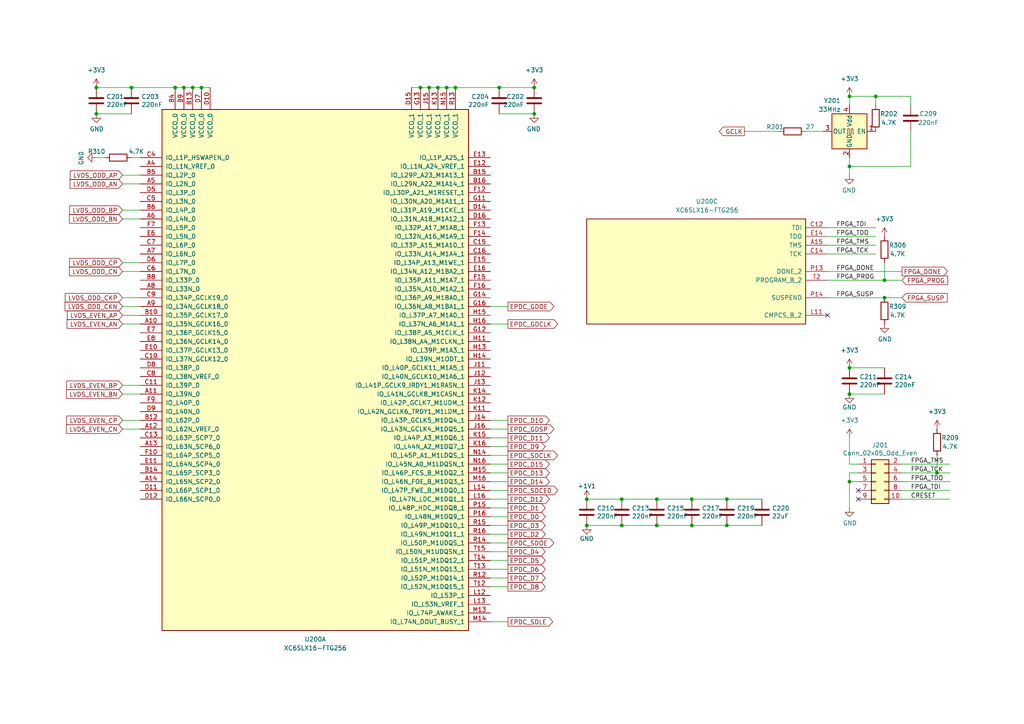
<source format=kicad_sch>
(kicad_sch (version 20211123) (generator eeschema)
  (paper "A4")
  (title_block (title "Caster EPDC") (date "2022-07-03") (rev "R0.4") (company "Copyright 2022 Modos / Engineer: Wenting Zhang"))
  (lib_symbols
    (symbol "Connector_Generic:Conn_02x05_Odd_Even" (pin_names (offset 1.016) hide)
      (property "Reference" "J" (at 1.27 7.62 0))
      (property "Value" "Conn_02x05_Odd_Even" (at 1.27 -7.62 0))
      (symbol "Conn_02x05_Odd_Even_1_1"
        (rectangle (start -1.27 -4.953) (end 0 -5.207) (stroke (width 0.1524)))
        (rectangle (start -1.27 -2.413) (end 0 -2.667) (stroke (width 0.1524)))
        (rectangle (start -1.27 0.127) (end 0 -0.127) (stroke (width 0.1524)))
        (rectangle (start -1.27 2.667) (end 0 2.413) (stroke (width 0.1524)))
        (rectangle (start -1.27 5.207) (end 0 4.953) (stroke (width 0.1524)))
        (rectangle (start -1.27 6.35) (end 3.81 -6.35) (stroke (width 0.254)) (fill (type background)))
        (rectangle (start 3.81 -4.953) (end 2.54 -5.207) (stroke (width 0.1524)))
        (rectangle (start 3.81 -2.413) (end 2.54 -2.667) (stroke (width 0.1524)))
        (rectangle (start 3.81 0.127) (end 2.54 -0.127) (stroke (width 0.1524)))
        (rectangle (start 3.81 2.667) (end 2.54 2.413) (stroke (width 0.1524)))
        (rectangle (start 3.81 5.207) (end 2.54 4.953) (stroke (width 0.1524)))
        (pin passive line (at -5.08 5.08 0) (length 3.81) (name "Pin_1") (number "1"))
        (pin passive line (at 7.62 -5.08 180) (length 3.81) (name "Pin_10") (number "10"))
        (pin passive line (at 7.62 5.08 180) (length 3.81) (name "Pin_2") (number "2"))
        (pin passive line (at -5.08 2.54 0) (length 3.81) (name "Pin_3") (number "3"))
        (pin passive line (at 7.62 2.54 180) (length 3.81) (name "Pin_4") (number "4"))
        (pin passive line (at -5.08 0 0) (length 3.81) (name "Pin_5") (number "5"))
        (pin passive line (at 7.62 0 180) (length 3.81) (name "Pin_6") (number "6"))
        (pin passive line (at -5.08 -2.54 0) (length 3.81) (name "Pin_7") (number "7"))
        (pin passive line (at 7.62 -2.54 180) (length 3.81) (name "Pin_8") (number "8"))
        (pin passive line (at -5.08 -5.08 0) (length 3.81) (name "Pin_9") (number "9"))
      )
    )
    (symbol "Device:C" (pin_numbers hide) (pin_names (offset 0.254))
      (property "Reference" "C" (at 0.635 2.54 0))
      (property "Value" "C" (at 0.635 -2.54 0))
      (symbol "C_0_1"
        (polyline (pts (xy -2.032 -0.762) (xy 2.032 -0.762)) (stroke (width 0.508)))
        (polyline (pts (xy -2.032 0.762) (xy 2.032 0.762)) (stroke (width 0.508)))
      )
      (symbol "C_1_1"
        (pin passive line (at 0 3.81 270) (length 2.794) (name "~") (number "1"))
        (pin passive line (at 0 -3.81 90) (length 2.794) (name "~") (number "2"))
      )
    )
    (symbol "Device:R" (pin_numbers hide) (pin_names (offset 0))
      (property "Reference" "R" (at 2.032 0 90))
      (property "Value" "R" (at 0 0 90))
      (symbol "R_0_1"
        (rectangle (start -1.016 -2.54) (end 1.016 2.54) (stroke (width 0.254)))
      )
      (symbol "R_1_1"
        (pin passive line (at 0 3.81 270) (length 1.27) (name "~") (number "1"))
        (pin passive line (at 0 -3.81 90) (length 1.27) (name "~") (number "2"))
      )
    )
    (symbol "FPGA_Xilinx_Spartan6:XC6SLX16-FTG256" (pin_names (offset 1.016))
      (property "Reference" "U" (at 0 1.27 0))
      (property "Value" "XC6SLX16-FTG256" (at 0 -1.27 0))
      (symbol "XC6SLX16-FTG256_1_1"
        (rectangle (start -44.45 72.39) (end 44.45 -78.74) (stroke (width 0.254)) (fill (type background)))
        (pin bidirectional line (at -50.8 10.16 0) (length 6.35) (name "IO_L35N_GCLK16_0") (number "A10"))
        (pin bidirectional line (at -50.8 -10.16 0) (length 6.35) (name "IO_L39N_0") (number "A11"))
        (pin bidirectional line (at -50.8 -20.32 0) (length 6.35) (name "IO_L62N_VREF_0") (number "A12"))
        (pin bidirectional line (at -50.8 -25.4 0) (length 6.35) (name "IO_L63N_SCP6_0") (number "A13"))
        (pin bidirectional line (at -50.8 -35.56 0) (length 6.35) (name "IO_L65N_SCP2_0") (number "A14"))
        (pin bidirectional line (at -50.8 55.88 0) (length 6.35) (name "IO_L1N_VREF_0") (number "A4"))
        (pin bidirectional line (at -50.8 50.8 0) (length 6.35) (name "IO_L2N_0") (number "A5"))
        (pin bidirectional line (at -50.8 40.64 0) (length 6.35) (name "IO_L4N_0") (number "A6"))
        (pin bidirectional line (at -50.8 30.48 0) (length 6.35) (name "IO_L6N_0") (number "A7"))
        (pin bidirectional line (at -50.8 20.32 0) (length 6.35) (name "IO_L33N_0") (number "A8"))
        (pin bidirectional line (at -50.8 15.24 0) (length 6.35) (name "IO_L34N_GCLK18_0") (number "A9"))
        (pin bidirectional line (at -50.8 12.7 0) (length 6.35) (name "IO_L35P_GCLK17_0") (number "B10"))
        (pin bidirectional line (at -50.8 -17.78 0) (length 6.35) (name "IO_L62P_0") (number "B12"))
        (pin power_in line (at -35.56 78.74 270) (length 6.35) (name "VCCO_0") (number "B13"))
        (pin bidirectional line (at -50.8 -33.02 0) (length 6.35) (name "IO_L65P_SCP3_0") (number "B14"))
        (pin bidirectional line (at 50.8 53.34 180) (length 6.35) (name "IO_L29P_A23_M1A13_1") (number "B15"))
        (pin bidirectional line (at 50.8 50.8 180) (length 6.35) (name "IO_L29N_A22_M1A14_1") (number "B16"))
        (pin power_in line (at -40.64 78.74 270) (length 6.35) (name "VCCO_0") (number "B4"))
        (pin bidirectional line (at -50.8 53.34 0) (length 6.35) (name "IO_L2P_0") (number "B5"))
        (pin bidirectional line (at -50.8 43.18 0) (length 6.35) (name "IO_L4P_0") (number "B6"))
        (pin bidirectional line (at -50.8 22.86 0) (length 6.35) (name "IO_L33P_0") (number "B8"))
        (pin power_in line (at -38.1 78.74 270) (length 6.35) (name "VCCO_0") (number "B9"))
        (pin bidirectional line (at -50.8 0 0) (length 6.35) (name "IO_L37N_GCLK12_0") (number "C10"))
        (pin bidirectional line (at -50.8 -7.62 0) (length 6.35) (name "IO_L39P_0") (number "C11"))
        (pin bidirectional line (at -50.8 -22.86 0) (length 6.35) (name "IO_L63P_SCP7_0") (number "C13"))
        (pin bidirectional line (at 50.8 33.02 180) (length 6.35) (name "IO_L33P_A15_M1A10_1") (number "C15"))
        (pin bidirectional line (at 50.8 30.48 180) (length 6.35) (name "IO_L33N_A14_M1A4_1") (number "C16"))
        (pin bidirectional line (at -50.8 58.42 0) (length 6.35) (name "IO_L1P_HSWAPEN_0") (number "C4"))
        (pin bidirectional line (at -50.8 45.72 0) (length 6.35) (name "IO_L3N_0") (number "C5"))
        (pin bidirectional line (at -50.8 25.4 0) (length 6.35) (name "IO_L7N_0") (number "C6"))
        (pin bidirectional line (at -50.8 33.02 0) (length 6.35) (name "IO_L6P_0") (number "C7"))
        (pin bidirectional line (at -50.8 -5.08 0) (length 6.35) (name "IO_L38N_VREF_0") (number "C8"))
        (pin bidirectional line (at -50.8 17.78 0) (length 6.35) (name "IO_L34P_GCLK19_0") (number "C9"))
        (pin power_in line (at -30.48 78.74 270) (length 6.35) (name "VCCO_0") (number "D10"))
        (pin bidirectional line (at -50.8 -38.1 0) (length 6.35) (name "IO_L66P_SCP1_0") (number "D11"))
        (pin bidirectional line (at -50.8 -40.64 0) (length 6.35) (name "IO_L66N_SCP0_0") (number "D12"))
        (pin bidirectional line (at 50.8 43.18 180) (length 6.35) (name "IO_L31P_A19_M1CKE_1") (number "D14"))
        (pin power_in line (at 27.94 78.74 270) (length 6.35) (name "VCCO_1") (number "D15"))
        (pin bidirectional line (at 50.8 40.64 180) (length 6.35) (name "IO_L31N_A18_M1A12_1") (number "D16"))
        (pin bidirectional line (at -50.8 48.26 0) (length 6.35) (name "IO_L3P_0") (number "D5"))
        (pin bidirectional line (at -50.8 27.94 0) (length 6.35) (name "IO_L7P_0") (number "D6"))
        (pin power_in line (at -33.02 78.74 270) (length 6.35) (name "VCCO_0") (number "D7"))
        (pin bidirectional line (at -50.8 -2.54 0) (length 6.35) (name "IO_L38P_0") (number "D8"))
        (pin bidirectional line (at -50.8 -15.24 0) (length 6.35) (name "IO_L40N_0") (number "D9"))
        (pin bidirectional line (at -50.8 2.54 0) (length 6.35) (name "IO_L37P_GCLK13_0") (number "E10"))
        (pin bidirectional line (at -50.8 -30.48 0) (length 6.35) (name "IO_L64N_SCP4_0") (number "E11"))
        (pin bidirectional line (at 50.8 55.88 180) (length 6.35) (name "IO_L1N_A24_VREF_1") (number "E12"))
        (pin bidirectional line (at 50.8 58.42 180) (length 6.35) (name "IO_L1P_A25_1") (number "E13"))
        (pin bidirectional line (at 50.8 27.94 180) (length 6.35) (name "IO_L34P_A13_M1WE_1") (number "E15"))
        (pin bidirectional line (at 50.8 25.4 180) (length 6.35) (name "IO_L34N_A12_M1BA2_1") (number "E16"))
        (pin bidirectional line (at -50.8 35.56 0) (length 6.35) (name "IO_L5N_0") (number "E6"))
        (pin bidirectional line (at -50.8 7.62 0) (length 6.35) (name "IO_L36P_GCLK15_0") (number "E7"))
        (pin bidirectional line (at -50.8 5.08 0) (length 6.35) (name "IO_L36N_GCLK14_0") (number "E8"))
        (pin bidirectional line (at -50.8 -27.94 0) (length 6.35) (name "IO_L64P_SCP5_0") (number "F10"))
        (pin bidirectional line (at 50.8 48.26 180) (length 6.35) (name "IO_L30P_A21_M1RESET_1") (number "F12"))
        (pin bidirectional line (at 50.8 38.1 180) (length 6.35) (name "IO_L32P_A17_M1A8_1") (number "F13"))
        (pin bidirectional line (at 50.8 35.56 180) (length 6.35) (name "IO_L32N_A16_M1A9_1") (number "F14"))
        (pin bidirectional line (at 50.8 22.86 180) (length 6.35) (name "IO_L35P_A11_M1A7_1") (number "F15"))
        (pin bidirectional line (at 50.8 20.32 180) (length 6.35) (name "IO_L35N_A10_M1A2_1") (number "F16"))
        (pin bidirectional line (at -50.8 38.1 0) (length 6.35) (name "IO_L5P_0") (number "F7"))
        (pin bidirectional line (at -50.8 -12.7 0) (length 6.35) (name "IO_L40P_0") (number "F9"))
        (pin bidirectional line (at 50.8 45.72 180) (length 6.35) (name "IO_L30N_A20_M1A11_1") (number "G11"))
        (pin bidirectional line (at 50.8 7.62 180) (length 6.35) (name "IO_L38P_A5_M1CLK_1") (number "G12"))
        (pin power_in line (at 30.48 78.74 270) (length 6.35) (name "VCCO_1") (number "G13"))
        (pin bidirectional line (at 50.8 17.78 180) (length 6.35) (name "IO_L36P_A9_M1BA0_1") (number "G14"))
        (pin bidirectional line (at 50.8 15.24 180) (length 6.35) (name "IO_L36N_A8_M1BA1_1") (number "G16"))
        (pin bidirectional line (at 50.8 5.08 180) (length 6.35) (name "IO_L38N_A4_M1CLKN_1") (number "H11"))
        (pin bidirectional line (at 50.8 2.54 180) (length 6.35) (name "IO_L39P_M1A3_1") (number "H13"))
        (pin bidirectional line (at 50.8 0 180) (length 6.35) (name "IO_L39N_M1ODT_1") (number "H14"))
        (pin bidirectional line (at 50.8 12.7 180) (length 6.35) (name "IO_L37P_A7_M1A0_1") (number "H15"))
        (pin bidirectional line (at 50.8 10.16 180) (length 6.35) (name "IO_L37N_A6_M1A1_1") (number "H16"))
        (pin bidirectional line (at 50.8 -2.54 180) (length 6.35) (name "IO_L40P_GCLK11_M1A5_1") (number "J11"))
        (pin bidirectional line (at 50.8 -5.08 180) (length 6.35) (name "IO_L40N_GCLK10_M1A6_1") (number "J12"))
        (pin bidirectional line (at 50.8 -7.62 180) (length 6.35) (name "IO_L41P_GCLK9_IRDY1_M1RASN_1") (number "J13"))
        (pin bidirectional line (at 50.8 -17.78 180) (length 6.35) (name "IO_L43P_GCLK5_M1DQ4_1") (number "J14"))
        (pin power_in line (at 33.02 78.74 270) (length 6.35) (name "VCCO_1") (number "J15"))
        (pin bidirectional line (at 50.8 -20.32 180) (length 6.35) (name "IO_L43N_GCLK4_M1DQ5_1") (number "J16"))
        (pin bidirectional line (at 50.8 -15.24 180) (length 6.35) (name "IO_L42N_GCLK6_TRDY1_M1LDM_1") (number "K11"))
        (pin bidirectional line (at 50.8 -12.7 180) (length 6.35) (name "IO_L42P_GCLK7_M1UDM_1") (number "K12"))
        (pin power_in line (at 35.56 78.74 270) (length 6.35) (name "VCCO_1") (number "K13"))
        (pin bidirectional line (at 50.8 -10.16 180) (length 6.35) (name "IO_L41N_GCLK8_M1CASN_1") (number "K14"))
        (pin bidirectional line (at 50.8 -22.86 180) (length 6.35) (name "IO_L44P_A3_M1DQ6_1") (number "K15"))
        (pin bidirectional line (at 50.8 -25.4 180) (length 6.35) (name "IO_L44N_A2_M1DQ7_1") (number "K16"))
        (pin bidirectional line (at 50.8 -68.58 180) (length 6.35) (name "IO_L53P_1") (number "L12"))
        (pin bidirectional line (at 50.8 -71.12 180) (length 6.35) (name "IO_L53N_VREF_1") (number "L13"))
        (pin bidirectional line (at 50.8 -38.1 180) (length 6.35) (name "IO_L47P_FWE_B_M1DQ0_1") (number "L14"))
        (pin bidirectional line (at 50.8 -40.64 180) (length 6.35) (name "IO_L47N_LDC_M1DQ1_1") (number "L16"))
        (pin bidirectional line (at 50.8 -73.66 180) (length 6.35) (name "IO_L74P_AWAKE_1") (number "M13"))
        (pin bidirectional line (at 50.8 -76.2 180) (length 6.35) (name "IO_L74N_DOUT_BUSY_1") (number "M14"))
        (pin bidirectional line (at 50.8 -33.02 180) (length 6.35) (name "IO_L46P_FCS_B_M1DQ2_1") (number "M15"))
        (pin bidirectional line (at 50.8 -35.56 180) (length 6.35) (name "IO_L46N_FOE_B_M1DQ3_1") (number "M16"))
        (pin bidirectional line (at 50.8 -27.94 180) (length 6.35) (name "IO_L45P_A1_M1LDQS_1") (number "N14"))
        (pin power_in line (at 38.1 78.74 270) (length 6.35) (name "VCCO_1") (number "N15"))
        (pin bidirectional line (at 50.8 -30.48 180) (length 6.35) (name "IO_L45N_A0_M1LDQSN_1") (number "N16"))
        (pin bidirectional line (at 50.8 -43.18 180) (length 6.35) (name "IO_L48P_HDC_M1DQ8_1") (number "P15"))
        (pin bidirectional line (at 50.8 -45.72 180) (length 6.35) (name "IO_L48N_M1DQ9_1") (number "P16"))
        (pin bidirectional line (at 50.8 -63.5 180) (length 6.35) (name "IO_L52P_M1DQ14_1") (number "R12"))
        (pin power_in line (at 40.64 78.74 270) (length 6.35) (name "VCCO_1") (number "R13"))
        (pin bidirectional line (at 50.8 -53.34 180) (length 6.35) (name "IO_L50P_M1UDQS_1") (number "R14"))
        (pin bidirectional line (at 50.8 -48.26 180) (length 6.35) (name "IO_L49P_M1DQ10_1") (number "R15"))
        (pin bidirectional line (at 50.8 -50.8 180) (length 6.35) (name "IO_L49N_M1DQ11_1") (number "R16"))
        (pin bidirectional line (at 50.8 -66.04 180) (length 6.35) (name "IO_L52N_M1DQ15_1") (number "T12"))
        (pin bidirectional line (at 50.8 -60.96 180) (length 6.35) (name "IO_L51N_M1DQ13_1") (number "T13"))
        (pin bidirectional line (at 50.8 -58.42 180) (length 6.35) (name "IO_L51P_M1DQ12_1") (number "T14"))
        (pin bidirectional line (at 50.8 -55.88 180) (length 6.35) (name "IO_L50N_M1UDQSN_1") (number "T15"))
      )
      (symbol "XC6SLX16-FTG256_2_1"
        (rectangle (start -44.45 72.39) (end 44.45 -78.74) (stroke (width 0.254)) (fill (type background)))
        (pin bidirectional line (at 50.8 -55.88 180) (length 6.35) (name "IO_L52N_M3A9_3") (number "A2"))
        (pin bidirectional line (at 50.8 -76.2 180) (length 6.35) (name "IO_L83N_VREF_3") (number "A3"))
        (pin bidirectional line (at 50.8 -45.72 180) (length 6.35) (name "IO_L50N_M3BA2_3") (number "B1"))
        (pin bidirectional line (at 50.8 -53.34 180) (length 6.35) (name "IO_L52P_M3A8_3") (number "B2"))
        (pin bidirectional line (at 50.8 -73.66 180) (length 6.35) (name "IO_L83P_3") (number "B3"))
        (pin bidirectional line (at 50.8 -43.18 180) (length 6.35) (name "IO_L50P_M3WE_3") (number "C1"))
        (pin bidirectional line (at 50.8 -35.56 180) (length 6.35) (name "IO_L48N_M3BA1_3") (number "C2"))
        (pin bidirectional line (at 50.8 -33.02 180) (length 6.35) (name "IO_L48P_M3BA0_3") (number "C3"))
        (pin bidirectional line (at 50.8 -40.64 180) (length 6.35) (name "IO_L49N_M3A2_3") (number "D1"))
        (pin power_in line (at 30.48 78.74 270) (length 6.35) (name "VCCO_3") (number "D2"))
        (pin bidirectional line (at 50.8 -38.1 180) (length 6.35) (name "IO_L49P_M3A7_3") (number "D3"))
        (pin bidirectional line (at 50.8 -25.4 180) (length 6.35) (name "IO_L46N_M3CLKN_3") (number "E1"))
        (pin bidirectional line (at 50.8 -22.86 180) (length 6.35) (name "IO_L46P_M3CLK_3") (number "E2"))
        (pin bidirectional line (at 50.8 -66.04 180) (length 6.35) (name "IO_L54N_M3A11_3") (number "E3"))
        (pin bidirectional line (at 50.8 -63.5 180) (length 6.35) (name "IO_L54P_M3RESET_3") (number "E4"))
        (pin bidirectional line (at 50.8 0 180) (length 6.35) (name "IO_L41N_GCLK26_M3DQ5_3") (number "F1"))
        (pin bidirectional line (at 50.8 2.54 180) (length 6.35) (name "IO_L41P_GCLK27_M3DQ4_3") (number "F2"))
        (pin bidirectional line (at 50.8 -60.96 180) (length 6.35) (name "IO_L53N_M3A12_3") (number "F3"))
        (pin bidirectional line (at 50.8 -58.42 180) (length 6.35) (name "IO_L53P_M3CKE_3") (number "F4"))
        (pin bidirectional line (at 50.8 -71.12 180) (length 6.35) (name "IO_L55N_M3A14_3") (number "F5"))
        (pin bidirectional line (at 50.8 -68.58 180) (length 6.35) (name "IO_L55P_M3A13_3") (number "F6"))
        (pin bidirectional line (at 50.8 5.08 180) (length 6.35) (name "IO_L40N_M3DQ7_3") (number "G1"))
        (pin bidirectional line (at 50.8 7.62 180) (length 6.35) (name "IO_L40P_M3DQ6_3") (number "G3"))
        (pin power_in line (at 33.02 78.74 270) (length 6.35) (name "VCCO_3") (number "G4"))
        (pin bidirectional line (at 50.8 -50.8 180) (length 6.35) (name "IO_L51N_M3A4_3") (number "G5"))
        (pin bidirectional line (at 50.8 -48.26 180) (length 6.35) (name "IO_L51P_M3A10_3") (number "G6"))
        (pin bidirectional line (at 50.8 10.16 180) (length 6.35) (name "IO_L39N_M3LDQSN_3") (number "H1"))
        (pin bidirectional line (at 50.8 12.7 180) (length 6.35) (name "IO_L39P_M3LDQS_3") (number "H2"))
        (pin bidirectional line (at 50.8 -15.24 180) (length 6.35) (name "IO_L44N_GCLK20_M3A6_3") (number "H3"))
        (pin bidirectional line (at 50.8 -12.7 180) (length 6.35) (name "IO_L44P_GCLK21_M3A5_3") (number "H4"))
        (pin bidirectional line (at 50.8 -10.16 180) (length 6.35) (name "IO_L43N_GCLK22_IRDY2_M3CASN_3") (number "H5"))
        (pin bidirectional line (at 50.8 15.24 180) (length 6.35) (name "IO_L38N_M3DQ3_3") (number "J1"))
        (pin power_in line (at 35.56 78.74 270) (length 6.35) (name "VCCO_3") (number "J2"))
        (pin bidirectional line (at 50.8 17.78 180) (length 6.35) (name "IO_L38P_M3DQ2_3") (number "J3"))
        (pin bidirectional line (at 50.8 -5.08 180) (length 6.35) (name "IO_L42N_GCLK24_M3LDM_3") (number "J4"))
        (pin bidirectional line (at 50.8 -7.62 180) (length 6.35) (name "IO_L43P_GCLK23_M3RASN_3") (number "J6"))
        (pin bidirectional line (at 50.8 20.32 180) (length 6.35) (name "IO_L37N_M3DQ1_3") (number "K1"))
        (pin bidirectional line (at 50.8 22.86 180) (length 6.35) (name "IO_L37P_M3DQ0_3") (number "K2"))
        (pin bidirectional line (at 50.8 -2.54 180) (length 6.35) (name "IO_L42P_GCLK25_TRDY2_M3UDM_3") (number "K3"))
        (pin power_in line (at 38.1 78.74 270) (length 6.35) (name "VCCO_3") (number "K4"))
        (pin bidirectional line (at 50.8 -27.94 180) (length 6.35) (name "IO_L47P_M3A0_3") (number "K5"))
        (pin bidirectional line (at 50.8 -30.48 180) (length 6.35) (name "IO_L47N_M3A1_3") (number "K6"))
        (pin bidirectional line (at 50.8 25.4 180) (length 6.35) (name "IO_L36N_M3DQ9_3") (number "L1"))
        (pin bidirectional line (at -50.8 27.94 0) (length 6.35) (name "IO_L16P_2") (number "L10"))
        (pin bidirectional line (at 50.8 27.94 180) (length 6.35) (name "IO_L36P_M3DQ8_3") (number "L3"))
        (pin bidirectional line (at 50.8 -17.78 180) (length 6.35) (name "IO_L45P_M3A3_3") (number "L4"))
        (pin bidirectional line (at 50.8 -20.32 180) (length 6.35) (name "IO_L45N_M3ODT_3") (number "L5"))
        (pin bidirectional line (at -50.8 -20.32 0) (length 6.35) (name "IO_L62N_D6_2") (number "L7"))
        (pin bidirectional line (at -50.8 -17.78 0) (length 6.35) (name "IO_L62P_D5_2") (number "L8"))
        (pin bidirectional line (at 50.8 30.48 180) (length 6.35) (name "IO_L35N_M3DQ11_3") (number "M1"))
        (pin bidirectional line (at -50.8 25.4 0) (length 6.35) (name "IO_L16N_VREF_2") (number "M10"))
        (pin bidirectional line (at -50.8 50.8 0) (length 6.35) (name "IO_L2N_CMPMOSI_2") (number "M11"))
        (pin bidirectional line (at -50.8 53.34 0) (length 6.35) (name "IO_L2P_CMPCLK_2") (number "M12"))
        (pin bidirectional line (at 50.8 33.02 180) (length 6.35) (name "IO_L35P_M3DQ10_3") (number "M2"))
        (pin bidirectional line (at 50.8 55.88 180) (length 6.35) (name "IO_L1N_VREF_3") (number "M3"))
        (pin bidirectional line (at 50.8 58.42 180) (length 6.35) (name "IO_L1P_3") (number "M4"))
        (pin bidirectional line (at 50.8 53.34 180) (length 6.35) (name "IO_L2P_3") (number "M5"))
        (pin bidirectional line (at -50.8 -27.94 0) (length 6.35) (name "IO_L64P_D8_2") (number "M6"))
        (pin bidirectional line (at -50.8 5.08 0) (length 6.35) (name "IO_L31N_GCLK30_D15_2") (number "M7"))
        (pin bidirectional line (at -50.8 17.78 0) (length 6.35) (name "IO_L29P_GCLK3_2") (number "M9"))
        (pin bidirectional line (at 50.8 35.56 180) (length 6.35) (name "IO_L34N_M3UDQSN_3") (number "N1"))
        (pin power_in line (at -38.1 78.74 270) (length 6.35) (name "VCCO_2") (number "N10"))
        (pin bidirectional line (at -50.8 38.1 0) (length 6.35) (name "IO_L13P_M1_2") (number "N11"))
        (pin bidirectional line (at -50.8 43.18 0) (length 6.35) (name "IO_L12P_D1_MISO2_2") (number "N12"))
        (pin power_in line (at 40.64 78.74 270) (length 6.35) (name "VCCO_3") (number "N2"))
        (pin bidirectional line (at 50.8 38.1 180) (length 6.35) (name "IO_L34P_M3UDQS_3") (number "N3"))
        (pin bidirectional line (at 50.8 50.8 180) (length 6.35) (name "IO_L2N_3") (number "N4"))
        (pin bidirectional line (at -50.8 -12.7 0) (length 6.35) (name "IO_L49P_D3_2") (number "N5"))
        (pin bidirectional line (at -50.8 -30.48 0) (length 6.35) (name "IO_L64N_D9_2") (number "N6"))
        (pin power_in line (at -40.64 78.74 270) (length 6.35) (name "VCCO_2") (number "N7"))
        (pin bidirectional line (at -50.8 15.24 0) (length 6.35) (name "IO_L29N_GCLK2_2") (number "N8"))
        (pin bidirectional line (at -50.8 33.02 0) (length 6.35) (name "IO_L14P_D11_2") (number "N9"))
        (pin bidirectional line (at 50.8 40.64 180) (length 6.35) (name "IO_L33N_M3DQ13_3") (number "P1"))
        (pin bidirectional line (at -50.8 48.26 0) (length 6.35) (name "IO_L3P_D0_DIN_MISO_MISO1_2") (number "P10"))
        (pin bidirectional line (at -50.8 35.56 0) (length 6.35) (name "IO_L13N_D10_2") (number "P11"))
        (pin bidirectional line (at -50.8 40.64 0) (length 6.35) (name "IO_L12N_D2_MISO3_2") (number "P12"))
        (pin bidirectional line (at 50.8 43.18 180) (length 6.35) (name "IO_L33P_M3DQ12_3") (number "P2"))
        (pin bidirectional line (at -50.8 -22.86 0) (length 6.35) (name "IO_L63P_2") (number "P4"))
        (pin bidirectional line (at -50.8 -15.24 0) (length 6.35) (name "IO_L49N_D4_2") (number "P5"))
        (pin bidirectional line (at -50.8 -2.54 0) (length 6.35) (name "IO_L47P_2") (number "P6"))
        (pin bidirectional line (at -50.8 7.62 0) (length 6.35) (name "IO_L31P_GCLK31_D14_2") (number "P7"))
        (pin bidirectional line (at -50.8 12.7 0) (length 6.35) (name "IO_L30P_GCLK1_D13_2") (number "P8"))
        (pin bidirectional line (at -50.8 30.48 0) (length 6.35) (name "IO_L14N_D12_2") (number "P9"))
        (pin bidirectional line (at 50.8 45.72 180) (length 6.35) (name "IO_L32N_M3DQ15_3") (number "R1"))
        (pin bidirectional line (at -50.8 58.42 0) (length 6.35) (name "IO_L1P_CCLK_2") (number "R11"))
        (pin bidirectional line (at 50.8 48.26 180) (length 6.35) (name "IO_L32P_M3DQ14_3") (number "R2"))
        (pin bidirectional line (at -50.8 -33.02 0) (length 6.35) (name "IO_L65P_INIT_B_2") (number "R3"))
        (pin power_in line (at -35.56 78.74 270) (length 6.35) (name "VCCO_2") (number "R4"))
        (pin bidirectional line (at -50.8 -7.62 0) (length 6.35) (name "IO_L48P_D7_2") (number "R5"))
        (pin bidirectional line (at -50.8 2.54 0) (length 6.35) (name "IO_L32P_GCLK29_2") (number "R7"))
        (pin power_in line (at -33.02 78.74 270) (length 6.35) (name "VCCO_2") (number "R8"))
        (pin bidirectional line (at -50.8 22.86 0) (length 6.35) (name "IO_L23P_2") (number "R9"))
        (pin bidirectional line (at -50.8 45.72 0) (length 6.35) (name "IO_L3N_MOSI_CSI_B_MISO0_2") (number "T10"))
        (pin bidirectional line (at -50.8 55.88 0) (length 6.35) (name "IO_L1N_M0_CMPMISO_2") (number "T11"))
        (pin bidirectional line (at -50.8 -35.56 0) (length 6.35) (name "IO_L65N_CSO_B_2") (number "T3"))
        (pin bidirectional line (at -50.8 -25.4 0) (length 6.35) (name "IO_L63N_2") (number "T4"))
        (pin bidirectional line (at -50.8 -10.16 0) (length 6.35) (name "IO_L48N_RDWR_B_VREF_2") (number "T5"))
        (pin bidirectional line (at -50.8 -5.08 0) (length 6.35) (name "IO_L47N_2") (number "T6"))
        (pin bidirectional line (at -50.8 0 0) (length 6.35) (name "IO_L32N_GCLK28_2") (number "T7"))
        (pin bidirectional line (at -50.8 10.16 0) (length 6.35) (name "IO_L30N_GCLK0_USERCCLK_2") (number "T8"))
        (pin bidirectional line (at -50.8 20.32 0) (length 6.35) (name "IO_L23N_2") (number "T9"))
      )
      (symbol "XC6SLX16-FTG256_3_1"
        (rectangle (start -31.75 15.24) (end 31.75 -15.24) (stroke (width 0.254)) (fill (type background)))
        (pin bidirectional line (at 38.1 7.62 180) (length 6.35) (name "TMS") (number "A15"))
        (pin bidirectional line (at 38.1 12.7 180) (length 6.35) (name "TDI") (number "C12"))
        (pin bidirectional line (at 38.1 5.08 180) (length 6.35) (name "TCK") (number "C14"))
        (pin bidirectional line (at 38.1 10.16 180) (length 6.35) (name "TDO") (number "E14"))
        (pin bidirectional line (at 38.1 -12.7 180) (length 6.35) (name "CMPCS_B_2") (number "L11"))
        (pin bidirectional line (at 38.1 0 180) (length 6.35) (name "DONE_2") (number "P13"))
        (pin bidirectional line (at 38.1 -7.62 180) (length 6.35) (name "SUSPEND") (number "P14"))
        (pin bidirectional line (at 38.1 -2.54 180) (length 6.35) (name "PROGRAM_B_2") (number "T2"))
      )
      (symbol "XC6SLX16-FTG256_4_1"
        (rectangle (start -19.05 30.48) (end 19.05 -30.48) (stroke (width 0.254)) (fill (type background)))
        (pin power_in line (at -25.4 2.54 0) (length 6.35) (name "GND") (number "A1"))
        (pin power_in line (at -25.4 0 0) (length 6.35) (name "GND") (number "A16"))
        (pin power_in line (at -25.4 -5.08 0) (length 6.35) (name "GND") (number "B11"))
        (pin power_in line (at -25.4 -2.54 0) (length 6.35) (name "GND") (number "B7"))
        (pin power_in line (at -25.4 -10.16 0) (length 6.35) (name "GND") (number "D13"))
        (pin power_in line (at -25.4 -7.62 0) (length 6.35) (name "GND") (number "D4"))
        (pin power_in line (at -25.4 27.94 0) (length 6.35) (name "VCCAUX") (number "E5"))
        (pin power_in line (at -25.4 -12.7 0) (length 6.35) (name "GND") (number "E9"))
        (pin power_in line (at -25.4 22.86 0) (length 6.35) (name "VCCAUX") (number "F11"))
        (pin power_in line (at -25.4 25.4 0) (length 6.35) (name "VCCAUX") (number "F8"))
        (pin power_in line (at -25.4 20.32 0) (length 6.35) (name "VCCAUX") (number "G10"))
        (pin power_in line (at -25.4 -20.32 0) (length 6.35) (name "GND") (number "G15"))
        (pin power_in line (at -25.4 -15.24 0) (length 6.35) (name "GND") (number "G2"))
        (pin power_in line (at 25.4 27.94 180) (length 6.35) (name "VCCINT") (number "G7"))
        (pin power_in line (at -25.4 -17.78 0) (length 6.35) (name "GND") (number "G8"))
        (pin power_in line (at 25.4 25.4 180) (length 6.35) (name "VCCINT") (number "G9"))
        (pin power_in line (at 25.4 20.32 180) (length 6.35) (name "VCCINT") (number "H10"))
        (pin power_in line (at -25.4 -27.94 0) (length 6.35) (name "GND") (number "H12"))
        (pin power_in line (at -25.4 17.78 0) (length 6.35) (name "VCCAUX") (number "H6"))
        (pin power_in line (at -25.4 -22.86 0) (length 6.35) (name "GND") (number "H7"))
        (pin power_in line (at 25.4 22.86 180) (length 6.35) (name "VCCINT") (number "H8"))
        (pin power_in line (at -25.4 -25.4 0) (length 6.35) (name "GND") (number "H9"))
        (pin power_in line (at -25.4 15.24 0) (length 6.35) (name "VCCAUX") (number "J10"))
        (pin power_in line (at 25.4 2.54 180) (length 6.35) (name "GND") (number "J5"))
        (pin power_in line (at 25.4 17.78 180) (length 6.35) (name "VCCINT") (number "J7"))
        (pin power_in line (at 25.4 0 180) (length 6.35) (name "GND") (number "J8"))
        (pin power_in line (at 25.4 15.24 180) (length 6.35) (name "VCCINT") (number "J9"))
        (pin power_in line (at 25.4 10.16 180) (length 6.35) (name "VCCINT") (number "K10"))
        (pin power_in line (at 25.4 -2.54 180) (length 6.35) (name "GND") (number "K7"))
        (pin power_in line (at 25.4 12.7 180) (length 6.35) (name "VCCINT") (number "K8"))
        (pin power_in line (at 25.4 -5.08 180) (length 6.35) (name "GND") (number "K9"))
        (pin power_in line (at 25.4 -10.16 180) (length 6.35) (name "GND") (number "L15"))
        (pin power_in line (at 25.4 -7.62 180) (length 6.35) (name "GND") (number "L2"))
        (pin power_in line (at -25.4 12.7 0) (length 6.35) (name "VCCAUX") (number "L6"))
        (pin power_in line (at -25.4 10.16 0) (length 6.35) (name "VCCAUX") (number "L9"))
        (pin power_in line (at 25.4 -12.7 180) (length 6.35) (name "GND") (number "M8"))
        (pin power_in line (at 25.4 -15.24 180) (length 6.35) (name "GND") (number "N13"))
        (pin power_in line (at 25.4 -17.78 180) (length 6.35) (name "GND") (number "P3"))
        (pin power_in line (at 25.4 -22.86 180) (length 6.35) (name "GND") (number "R10"))
        (pin power_in line (at 25.4 -20.32 180) (length 6.35) (name "GND") (number "R6"))
        (pin power_in line (at 25.4 -25.4 180) (length 6.35) (name "GND") (number "T1"))
        (pin power_in line (at 25.4 -27.94 180) (length 6.35) (name "GND") (number "T16"))
      )
    )
    (symbol "Oscillator:ASE-xxxMHz" (pin_names (offset 0.254))
      (property "Reference" "X" (at -5.08 6.35 0))
      (property "Value" "ASE-xxxMHz" (at 1.27 -6.35 0))
      (symbol "ASE-xxxMHz_0_1"
        (rectangle (start -5.08 5.08) (end 5.08 -5.08) (stroke (width 0.254)) (fill (type background)))
        (polyline (pts (xy -1.27 -0.762) (xy -1.016 -0.762) (xy -1.016 0.762) (xy -0.508 0.762) (xy -0.508 -0.762) (xy 0 -0.762) (xy 0 0.762) (xy 0.508 0.762) (xy 0.508 -0.762) (xy 0.762 -0.762)))
      )
      (symbol "ASE-xxxMHz_1_1"
        (pin input line (at -7.62 0 0) (length 2.54) (name "EN") (number "1"))
        (pin power_in line (at 0 -7.62 90) (length 2.54) (name "GND") (number "2"))
        (pin output line (at 7.62 0 180) (length 2.54) (name "OUT") (number "3"))
        (pin power_in line (at 0 7.62 270) (length 2.54) (name "Vdd") (number "4"))
      )
    )
    (symbol "power:+1V1" (power) (pin_names (offset 0))
      (property "Value" "+1V1" (at 0 3.556 0))
      (symbol "+1V1_0_1"
        (polyline (pts (xy -0.762 1.27) (xy 0 2.54)))
        (polyline (pts (xy 0 0) (xy 0 2.54)))
        (polyline (pts (xy 0 2.54) (xy 0.762 1.27)))
      )
      (symbol "+1V1_1_1"
        (pin power_in line (at 0 0 90) (length 0) hide (name "+1V1") (number "1"))
      )
    )
    (symbol "power:+3V3" (power) (pin_names (offset 0))
      (property "Value" "+3V3" (at 0 3.556 0))
      (symbol "+3V3_0_1"
        (polyline (pts (xy -0.762 1.27) (xy 0 2.54)))
        (polyline (pts (xy 0 0) (xy 0 2.54)))
        (polyline (pts (xy 0 2.54) (xy 0.762 1.27)))
      )
      (symbol "+3V3_1_1"
        (pin power_in line (at 0 0 90) (length 0) hide (name "+3V3") (number "1"))
      )
    )
    (symbol "power:GND" (power) (pin_names (offset 0))
      (property "Value" "GND" (at 0 -3.81 0))
      (symbol "GND_0_1"
        (polyline (pts (xy 0 0) (xy 0 -1.27) (xy 1.27 -1.27) (xy 0 -2.54) (xy -1.27 -1.27) (xy 0 -1.27)))
      )
      (symbol "GND_1_1"
        (pin power_in line (at 0 0 270) (length 0) hide (name "GND") (number "1"))
      )
    )
  )
  (junction (at 190.5 144.78) (diameter 0.9144))
  (junction (at 154.94 33.02))
  (junction (at 210.82 144.78))
  (junction (at 27.94 25.4))
  (junction (at 50.8 25.4))
  (junction (at 170.18 152.4) (diameter 0.9144))
  (junction (at 144.78 25.4) (diameter 0.9144))
  (junction (at 154.94 25.4))
  (junction (at 38.1 25.4) (diameter 0.9144))
  (junction (at 124.46 25.4))
  (junction (at 256.54 81.28))
  (junction (at 127 25.4))
  (junction (at 58.42 25.4))
  (junction (at 246.38 106.68))
  (junction (at 254 27.94))
  (junction (at 180.34 144.78) (diameter 0.9144))
  (junction (at 210.82 152.4))
  (junction (at 246.38 114.3))
  (junction (at 180.34 152.4) (diameter 0.9144))
  (junction (at 170.18 144.78))
  (junction (at 53.34 25.4))
  (junction (at 129.54 25.4))
  (junction (at 121.92 25.4))
  (junction (at 190.5 152.4) (diameter 0.9144))
  (junction (at 55.88 25.4))
  (junction (at 200.66 144.78) (diameter 0.9144))
  (junction (at 27.94 33.02))
  (junction (at 256.54 86.36))
  (junction (at 246.38 139.7) (diameter 0.9144))
  (junction (at 246.38 48.26))
  (junction (at 200.66 152.4) (diameter 0.9144))
  (junction (at 246.38 27.94))
  (junction (at 132.08 25.4))
  (junction (at 271.78 137.16) (diameter 0.9144))
  (no_connect (at 248.92 142.24))
  (no_connect (at 248.92 144.78))
  (no_connect (at 240.03 91.44))
  (wire (pts (xy 55.88 25.4) (xy 58.42 25.4)))
  (wire (pts (xy 58.42 25.4) (xy 60.96 25.4)))
  (wire (pts (xy 200.66 152.4) (xy 190.5 152.4)))
  (wire (pts (xy 240.03 66.04) (xy 254 66.04)))
  (wire (pts (xy 35.56 124.46) (xy 40.64 124.46)))
  (wire (pts (xy 254 27.94) (xy 254 30.48)))
  (wire (pts (xy 35.56 93.98) (xy 40.64 93.98)))
  (wire (pts (xy 154.94 25.4) (xy 144.78 25.4)))
  (wire (pts (xy 142.24 144.78) (xy 147.32 144.78)))
  (wire (pts (xy 248.92 137.16) (xy 246.38 137.16)))
  (wire (pts (xy 233.68 38.1) (xy 238.76 38.1)))
  (wire (pts (xy 254 68.58) (xy 240.03 68.58)))
  (wire (pts (xy 142.24 121.92) (xy 147.32 121.92)))
  (wire (pts (xy 142.24 154.94) (xy 147.32 154.94)))
  (wire (pts (xy 256.54 86.36) (xy 261.62 86.36)))
  (wire (pts (xy 35.56 111.76) (xy 40.64 111.76)))
  (wire (pts (xy 275.59 134.62) (xy 261.62 134.62)))
  (wire (pts (xy 142.24 167.64) (xy 147.32 167.64)))
  (wire (pts (xy 246.38 106.68) (xy 256.54 106.68)))
  (wire (pts (xy 190.5 144.78) (xy 180.34 144.78)))
  (wire (pts (xy 142.24 170.18) (xy 147.32 170.18)))
  (wire (pts (xy 35.56 60.96) (xy 40.64 60.96)))
  (wire (pts (xy 35.56 78.74) (xy 40.64 78.74)))
  (wire (pts (xy 38.1 45.72) (xy 40.64 45.72)))
  (wire (pts (xy 142.24 180.34) (xy 147.32 180.34)))
  (wire (pts (xy 256.54 76.2) (xy 256.54 81.28)))
  (wire (pts (xy 142.24 152.4) (xy 147.32 152.4)))
  (wire (pts (xy 240.03 78.74) (xy 261.62 78.74)))
  (wire (pts (xy 35.56 76.2) (xy 40.64 76.2)))
  (wire (pts (xy 246.38 48.26) (xy 246.38 50.8)))
  (wire (pts (xy 246.38 45.72) (xy 246.38 48.26)))
  (wire (pts (xy 27.94 45.72) (xy 30.48 45.72)))
  (wire (pts (xy 254 71.12) (xy 240.03 71.12)))
  (wire (pts (xy 271.78 137.16) (xy 261.62 137.16)))
  (wire (pts (xy 170.18 144.78) (xy 180.34 144.78)))
  (wire (pts (xy 142.24 165.1) (xy 147.32 165.1)))
  (wire (pts (xy 119.38 25.4) (xy 121.92 25.4)))
  (wire (pts (xy 121.92 25.4) (xy 124.46 25.4)))
  (wire (pts (xy 124.46 25.4) (xy 127 25.4)))
  (wire (pts (xy 246.38 137.16) (xy 246.38 139.7)))
  (wire (pts (xy 248.92 139.7) (xy 246.38 139.7)))
  (wire (pts (xy 35.56 86.36) (xy 40.64 86.36)))
  (wire (pts (xy 142.24 162.56) (xy 147.32 162.56)))
  (wire (pts (xy 35.56 91.44) (xy 40.64 91.44)))
  (wire (pts (xy 142.24 147.32) (xy 147.32 147.32)))
  (wire (pts (xy 35.56 121.92) (xy 40.64 121.92)))
  (wire (pts (xy 254 73.66) (xy 240.03 73.66)))
  (wire (pts (xy 264.16 27.94) (xy 254 27.94)))
  (wire (pts (xy 264.16 27.94) (xy 264.16 30.48)))
  (wire (pts (xy 246.38 139.7) (xy 246.38 147.32)))
  (wire (pts (xy 35.56 53.34) (xy 40.64 53.34)))
  (wire (pts (xy 271.78 132.08) (xy 271.78 137.16)))
  (wire (pts (xy 142.24 137.16) (xy 147.32 137.16)))
  (wire (pts (xy 35.56 63.5) (xy 40.64 63.5)))
  (wire (pts (xy 142.24 124.46) (xy 147.32 124.46)))
  (wire (pts (xy 240.03 86.36) (xy 256.54 86.36)))
  (wire (pts (xy 256.54 81.28) (xy 261.62 81.28)))
  (wire (pts (xy 142.24 149.86) (xy 147.32 149.86)))
  (wire (pts (xy 246.38 134.62) (xy 248.92 134.62)))
  (wire (pts (xy 261.62 144.78) (xy 275.59 144.78)))
  (wire (pts (xy 256.54 114.3) (xy 246.38 114.3)))
  (wire (pts (xy 215.9 38.1) (xy 226.06 38.1)))
  (wire (pts (xy 142.24 139.7) (xy 147.32 139.7)))
  (wire (pts (xy 38.1 33.02) (xy 27.94 33.02)))
  (wire (pts (xy 240.03 81.28) (xy 256.54 81.28)))
  (wire (pts (xy 142.24 88.9) (xy 147.32 88.9)))
  (wire (pts (xy 180.34 152.4) (xy 170.18 152.4)))
  (wire (pts (xy 200.66 144.78) (xy 210.82 144.78)))
  (wire (pts (xy 210.82 144.78) (xy 220.98 144.78)))
  (wire (pts (xy 142.24 134.62) (xy 147.32 134.62)))
  (wire (pts (xy 264.16 38.1) (xy 264.16 48.26)))
  (wire (pts (xy 264.16 48.26) (xy 246.38 48.26)))
  (wire (pts (xy 246.38 127) (xy 246.38 134.62)))
  (wire (pts (xy 142.24 127) (xy 147.32 127)))
  (wire (pts (xy 38.1 25.4) (xy 50.8 25.4)))
  (wire (pts (xy 50.8 25.4) (xy 53.34 25.4)))
  (wire (pts (xy 53.34 25.4) (xy 55.88 25.4)))
  (wire (pts (xy 275.59 137.16) (xy 271.78 137.16)))
  (wire (pts (xy 142.24 132.08) (xy 147.32 132.08)))
  (wire (pts (xy 35.56 114.3) (xy 40.64 114.3)))
  (wire (pts (xy 129.54 25.4) (xy 127 25.4)))
  (wire (pts (xy 132.08 25.4) (xy 129.54 25.4)))
  (wire (pts (xy 144.78 25.4) (xy 132.08 25.4)))
  (wire (pts (xy 142.24 160.02) (xy 147.32 160.02)))
  (wire (pts (xy 190.5 152.4) (xy 180.34 152.4)))
  (wire (pts (xy 275.59 142.24) (xy 261.62 142.24)))
  (wire (pts (xy 144.78 33.02) (xy 154.94 33.02)))
  (wire (pts (xy 142.24 93.98) (xy 147.32 93.98)))
  (wire (pts (xy 200.66 152.4) (xy 210.82 152.4)))
  (wire (pts (xy 210.82 152.4) (xy 220.98 152.4)))
  (wire (pts (xy 246.38 27.94) (xy 246.38 30.48)))
  (wire (pts (xy 200.66 144.78) (xy 190.5 144.78)))
  (wire (pts (xy 142.24 129.54) (xy 147.32 129.54)))
  (wire (pts (xy 246.38 27.94) (xy 254 27.94)))
  (wire (pts (xy 142.24 157.48) (xy 147.32 157.48)))
  (wire (pts (xy 27.94 25.4) (xy 38.1 25.4)))
  (wire (pts (xy 275.59 139.7) (xy 261.62 139.7)))
  (wire (pts (xy 35.56 50.8) (xy 40.64 50.8)))
  (wire (pts (xy 142.24 142.24) (xy 147.32 142.24)))
  (wire (pts (xy 35.56 88.9) (xy 40.64 88.9)))
  (label "FPGA_TMS" (at 242.57 71.12 0))
  (label "FPGA_PROG" (at 242.57 81.28 0))
  (label "FPGA_DONE" (at 242.57 78.74 0))
  (label "FPGA_TMS" (at 264.16 134.62 0))
  (label "FPGA_TCK" (at 242.57 73.66 0))
  (label "FPGA_SUSP" (at 242.57 86.36 0))
  (label "CRESET" (at 264.16 144.78 0))
  (label "FPGA_TCK" (at 264.16 137.16 0))
  (label "FPGA_TDO" (at 242.57 68.58 0))
  (label "FPGA_TDI" (at 242.57 66.04 0))
  (label "FPGA_TDI" (at 264.16 142.24 0))
  (label "FPGA_TDO" (at 264.16 139.7 0))
  (global_label "LVDS_ODD_BP" (shape input) (at 35.56 60.96 180) (property "Intersheet References" "${INTERSHEET_REFS}" (effects hide)))
  (global_label "EPDC_D6" (shape output) (at 147.32 165.1 0) (property "Intersheet References" "${INTERSHEET_REFS}" (effects hide)))
  (global_label "EPDC_SDCLK" (shape output) (at 147.32 132.08 0) (property "Intersheet References" "${INTERSHEET_REFS}" (effects hide)))
  (global_label "EPDC_D9" (shape output) (at 147.32 129.54 0) (property "Intersheet References" "${INTERSHEET_REFS}" (effects hide)))
  (global_label "LVDS_EVEN_BN" (shape input) (at 35.56 114.3 180) (property "Intersheet References" "${INTERSHEET_REFS}" (effects hide)))
  (global_label "LVDS_EVEN_CN" (shape input) (at 35.56 124.46 180) (property "Intersheet References" "${INTERSHEET_REFS}" (effects hide)))
  (global_label "EPDC_D13" (shape output) (at 147.32 137.16 0) (property "Intersheet References" "${INTERSHEET_REFS}" (effects hide)))
  (global_label "FPGA_DONE" (shape output) (at 261.62 78.74 0) (property "Intersheet References" "${INTERSHEET_REFS}" (effects hide)))
  (global_label "EPDC_D11" (shape output) (at 147.32 127 0) (property "Intersheet References" "${INTERSHEET_REFS}" (effects hide)))
  (global_label "LVDS_EVEN_AN" (shape input) (at 35.56 93.98 180) (property "Intersheet References" "${INTERSHEET_REFS}" (effects hide)))
  (global_label "EPDC_GDOE" (shape output) (at 147.32 88.9 0) (property "Intersheet References" "${INTERSHEET_REFS}" (effects hide)))
  (global_label "EPDC_D3" (shape output) (at 147.32 152.4 0) (property "Intersheet References" "${INTERSHEET_REFS}" (effects hide)))
  (global_label "EPDC_D0" (shape output) (at 147.32 149.86 0) (property "Intersheet References" "${INTERSHEET_REFS}" (effects hide)))
  (global_label "EPDC_GDSP" (shape output) (at 147.32 124.46 0) (property "Intersheet References" "${INTERSHEET_REFS}" (effects hide)))
  (global_label "EPDC_D15" (shape output) (at 147.32 134.62 0) (property "Intersheet References" "${INTERSHEET_REFS}" (effects hide)))
  (global_label "EPDC_D4" (shape output) (at 147.32 160.02 0) (property "Intersheet References" "${INTERSHEET_REFS}" (effects hide)))
  (global_label "LVDS_ODD_CP" (shape input) (at 35.56 76.2 180) (property "Intersheet References" "${INTERSHEET_REFS}" (effects hide)))
  (global_label "EPDC_SDOE" (shape output) (at 147.32 157.48 0) (property "Intersheet References" "${INTERSHEET_REFS}" (effects hide)))
  (global_label "LVDS_ODD_AP" (shape input) (at 35.56 50.8 180) (property "Intersheet References" "${INTERSHEET_REFS}" (effects hide)))
  (global_label "LVDS_ODD_CKP" (shape input) (at 35.56 86.36 180) (property "Intersheet References" "${INTERSHEET_REFS}" (effects hide)))
  (global_label "EPDC_SDCE0" (shape output) (at 147.32 142.24 0) (property "Intersheet References" "${INTERSHEET_REFS}" (effects hide)))
  (global_label "EPDC_D10" (shape output) (at 147.32 121.92 0) (property "Intersheet References" "${INTERSHEET_REFS}" (effects hide)))
  (global_label "LVDS_ODD_BN" (shape input) (at 35.56 63.5 180) (property "Intersheet References" "${INTERSHEET_REFS}" (effects hide)))
  (global_label "LVDS_ODD_CN" (shape input) (at 35.56 78.74 180) (property "Intersheet References" "${INTERSHEET_REFS}" (effects hide)))
  (global_label "FPGA_PROG" (shape input) (at 261.62 81.28 0) (property "Intersheet References" "${INTERSHEET_REFS}" (effects hide)))
  (global_label "LVDS_EVEN_BP" (shape input) (at 35.56 111.76 180) (property "Intersheet References" "${INTERSHEET_REFS}" (effects hide)))
  (global_label "GCLK" (shape output) (at 215.9 38.1 180) (property "Intersheet References" "${INTERSHEET_REFS}" (effects hide)))
  (global_label "FPGA_SUSP" (shape input) (at 261.62 86.36 0) (property "Intersheet References" "${INTERSHEET_REFS}" (effects hide)))
  (global_label "LVDS_EVEN_CP" (shape input) (at 35.56 121.92 180) (property "Intersheet References" "${INTERSHEET_REFS}" (effects hide)))
  (global_label "EPDC_D8" (shape output) (at 147.32 170.18 0) (property "Intersheet References" "${INTERSHEET_REFS}" (effects hide)))
  (global_label "LVDS_ODD_CKN" (shape input) (at 35.56 88.9 180) (property "Intersheet References" "${INTERSHEET_REFS}" (effects hide)))
  (global_label "LVDS_EVEN_AP" (shape input) (at 35.56 91.44 180) (property "Intersheet References" "${INTERSHEET_REFS}" (effects hide)))
  (global_label "EPDC_D7" (shape output) (at 147.32 167.64 0) (property "Intersheet References" "${INTERSHEET_REFS}" (effects hide)))
  (global_label "EPDC_D14" (shape output) (at 147.32 139.7 0) (property "Intersheet References" "${INTERSHEET_REFS}" (effects hide)))
  (global_label "EPDC_D2" (shape output) (at 147.32 154.94 0) (property "Intersheet References" "${INTERSHEET_REFS}" (effects hide)))
  (global_label "EPDC_SDLE" (shape output) (at 147.32 180.34 0) (property "Intersheet References" "${INTERSHEET_REFS}" (effects hide)))
  (global_label "LVDS_ODD_AN" (shape input) (at 35.56 53.34 180) (property "Intersheet References" "${INTERSHEET_REFS}" (effects hide)))
  (global_label "EPDC_D5" (shape output) (at 147.32 162.56 0) (property "Intersheet References" "${INTERSHEET_REFS}" (effects hide)))
  (global_label "EPDC_GDCLK" (shape output) (at 147.32 93.98 0) (property "Intersheet References" "${INTERSHEET_REFS}" (effects hide)))
  (global_label "EPDC_D12" (shape output) (at 147.32 144.78 0) (property "Intersheet References" "${INTERSHEET_REFS}" (effects hide)))
  (global_label "EPDC_D1" (shape output) (at 147.32 147.32 0) (property "Intersheet References" "${INTERSHEET_REFS}" (effects hide)))
  (symbol (lib_id "power:GND") (at 246.38 147.32 0) (unit 1)
    (property "Reference" "#PWR0219" (effects hide))
    (property "Value" "GND" (at 246.507 151.7142 0))
  )
  (symbol (lib_id "power:+3V3") (at 256.54 68.58 0) (unit 1)
    (property "Reference" "#PWR0312" (effects hide))
    (property "Value" "+3V3" (at 256.54 63.5 0))
  )
  (symbol (lib_id "Device:C") (at 264.16 34.29 0) (mirror x) (unit 1)
    (property "Reference" "C209" (at 269.24 33.02 0))
    (property "Value" "220nF" (at 269.24 35.56 0))
    (property "Footprint" "Capacitor_SMD:C_0402_1005Metric" (effects hide))
    (property "LCSC" "C880414" (effects hide))
    (property "Ref.Price" "0.0036" (effects hide))
  )
  (symbol (lib_id "power:GND") (at 246.38 114.3 0) (unit 1)
    (property "Reference" "#PWR0212" (effects hide))
    (property "Value" "GND" (at 246.38 118.11 0))
  )
  (symbol (lib_id "Device:R") (at 256.54 72.39 0) (mirror y) (unit 1)
    (property "Reference" "R306" (at 260.35 71.12 0))
    (property "Value" "4.7K" (at 260.35 73.66 0))
    (property "Footprint" "Resistor_SMD:R_0402_1005Metric" (effects hide))
    (property "LCSC" "C105870" (effects hide))
    (property "Ref.Price" "0.0006" (effects hide))
  )
  (symbol (lib_id "Device:C") (at 220.98 148.59 0) (unit 1)
    (property "Reference" "C220" (at 223.901 147.4216 0) (effects (justify left)))
    (property "Value" "22uF" (at 223.901 149.733 0) (effects (justify left)))
    (property "Footprint" "Capacitor_SMD:C_0603_1608Metric" (effects hide))
    (property "LCSC" "C94018" (effects hide))
    (property "Ref.Price" "0.0301" (effects hide))
  )
  (symbol (lib_id "Device:C") (at 38.1 29.21 0) (unit 1)
    (property "Reference" "C203" (at 41.021 28.0416 0) (effects (justify left)))
    (property "Value" "220nF" (at 41.021 30.353 0) (effects (justify left)))
    (property "Footprint" "Capacitor_SMD:C_0402_1005Metric" (effects hide))
    (property "LCSC" "C880414" (effects hide))
    (property "Ref.Price" "0.0036" (effects hide))
  )
  (symbol (lib_id "Device:R") (at 34.29 45.72 90) (unit 1)
    (property "Reference" "R310" (at 30.5816 43.942 90) (effects (justify left)))
    (property "Value" "4.7K" (at 41.783 43.942 90) (effects (justify left)))
    (property "Footprint" "Resistor_SMD:R_0402_1005Metric" (effects hide))
    (property "LCSC" "C105870" (effects hide))
    (property "Ref.Price" "0.0006" (effects hide))
  )
  (symbol (lib_id "power:+3V3") (at 271.78 124.46 0) (unit 1)
    (property "Reference" "#PWR0223" (effects hide))
    (property "Value" "+3V3" (at 271.78 119.38 0))
  )
  (symbol (lib_id "Device:C") (at 256.54 110.49 0) (unit 1)
    (property "Reference" "C214" (at 259.461 109.3216 0) (effects (justify left)))
    (property "Value" "220nF" (at 259.461 111.633 0) (effects (justify left)))
    (property "Footprint" "Capacitor_SMD:C_0402_1005Metric" (effects hide))
    (property "LCSC" "C880414" (effects hide))
    (property "Ref.Price" "0.0036" (effects hide))
  )
  (symbol (lib_id "power:GND") (at 170.18 152.4 0) (unit 1)
    (property "Reference" "#PWR0210" (effects hide))
    (property "Value" "GND" (at 170.18 156.21 0))
  )
  (symbol (lib_id "Device:R") (at 256.54 90.17 0) (mirror y) (unit 1)
    (property "Reference" "R309" (at 260.35 88.9 0))
    (property "Value" "4.7K" (at 260.35 91.44 0))
    (property "Footprint" "Resistor_SMD:R_0402_1005Metric" (effects hide))
    (property "LCSC" "C105870" (effects hide))
    (property "Ref.Price" "0.0006" (effects hide))
  )
  (symbol (lib_id "Device:C") (at 154.94 29.21 0) (mirror y) (unit 1)
    (property "Reference" "C202" (at 152.019 28.0416 0) (effects (justify left)))
    (property "Value" "220nF" (at 152.019 30.353 0) (effects (justify left)))
    (property "Footprint" "Capacitor_SMD:C_0402_1005Metric" (effects hide))
    (property "LCSC" "C880414" (effects hide))
    (property "Ref.Price" "0.0036" (effects hide))
  )
  (symbol (lib_id "Device:C") (at 27.94 29.21 0) (unit 1)
    (property "Reference" "C201" (at 30.861 28.0416 0) (effects (justify left)))
    (property "Value" "220nF" (at 30.861 30.353 0) (effects (justify left)))
    (property "Footprint" "Capacitor_SMD:C_0402_1005Metric" (effects hide))
    (property "LCSC" "C880414" (effects hide))
    (property "Ref.Price" "0.0036" (effects hide))
  )
  (symbol (lib_id "Device:C") (at 190.5 148.59 0) (unit 1)
    (property "Reference" "C215" (at 193.421 147.4216 0) (effects (justify left)))
    (property "Value" "220nF" (at 193.421 149.733 0) (effects (justify left)))
    (property "Footprint" "Capacitor_SMD:C_0402_1005Metric" (effects hide))
    (property "LCSC" "C880414" (effects hide))
    (property "Ref.Price" "0.0036" (effects hide))
  )
  (symbol (lib_id "power:+1V1") (at 170.18 144.78 0) (unit 1)
    (property "Reference" "#PWR0209" (effects hide))
    (property "Value" "+1V1" (at 170.18 140.97 0))
  )
  (symbol (lib_id "Device:C") (at 170.18 148.59 0) (unit 1)
    (property "Reference" "C210" (at 173.101 147.4216 0) (effects (justify left)))
    (property "Value" "220nF" (at 173.101 149.733 0) (effects (justify left)))
    (property "Footprint" "Capacitor_SMD:C_0402_1005Metric" (effects hide))
    (property "LCSC" "C880414" (effects hide))
    (property "Ref.Price" "0.0036" (effects hide))
  )
  (symbol (lib_id "power:GND") (at 154.94 33.02 0) (mirror y) (unit 1)
    (property "Reference" "#PWR0204" (effects hide))
    (property "Value" "GND" (at 154.813 37.4142 0))
  )
  (symbol (lib_id "power:GND") (at 246.38 50.8 0) (mirror y) (unit 1)
    (property "Reference" "#PWR0206" (effects hide))
    (property "Value" "GND" (at 246.253 55.1942 0))
  )
  (symbol (lib_id "Device:C") (at 200.66 148.59 0) (unit 1)
    (property "Reference" "C217" (at 203.581 147.4216 0) (effects (justify left)))
    (property "Value" "220nF" (at 203.581 149.733 0) (effects (justify left)))
    (property "Footprint" "Capacitor_SMD:C_0402_1005Metric" (effects hide))
    (property "LCSC" "C880414" (effects hide))
    (property "Ref.Price" "0.0036" (effects hide))
  )
  (symbol (lib_id "FPGA_Xilinx_Spartan6:XC6SLX16-FTG256") (at 91.44 104.14 0) (unit 1)
    (property "Reference" "U200" (at 91.44 185.42 0))
    (property "Value" "XC6SLX16-FTG256" (at 91.44 187.96 0))
    (property "Footprint" "footprints:Xilinx_FTG256" (effects hide))
    (property "LCSC" "C39313" (effects hide))
    (property "Ref.Price" "7.4837" (effects hide))
  )
  (symbol (lib_id "power:+3V3") (at 246.38 127 0) (unit 1)
    (property "Reference" "#PWR0218" (effects hide))
    (property "Value" "+3V3" (at 246.38 121.92 0))
  )
  (symbol (lib_id "power:GND") (at 27.94 33.02 0) (unit 1)
    (property "Reference" "#PWR0202" (effects hide))
    (property "Value" "GND" (at 28.067 37.4142 0))
  )
  (symbol (lib_id "FPGA_Xilinx_Spartan6:XC6SLX16-FTG256") (at 201.93 78.74 0) (unit 3)
    (property "Reference" "U200" (at 205.0415 58.42 0))
    (property "Value" "XC6SLX16-FTG256" (at 205.0415 60.96 0))
    (property "Footprint" "footprints:Xilinx_FTG256" (effects hide))
    (property "LCSC" "C39313" (effects hide))
    (property "Ref.Price" "7.4837" (effects hide))
  )
  (symbol (lib_id "Device:C") (at 246.38 110.49 0) (unit 1)
    (property "Reference" "C211" (at 249.301 109.3216 0) (effects (justify left)))
    (property "Value" "220nF" (at 249.301 111.633 0) (effects (justify left)))
    (property "Footprint" "Capacitor_SMD:C_0402_1005Metric" (effects hide))
    (property "LCSC" "C880414" (effects hide))
    (property "Ref.Price" "0.0036" (effects hide))
  )
  (symbol (lib_id "Device:R") (at 271.78 128.27 0) (mirror y) (unit 1)
    (property "Reference" "R209" (at 275.59 127 0))
    (property "Value" "4.7K" (at 275.59 129.54 0))
    (property "Footprint" "Resistor_SMD:R_0402_1005Metric" (effects hide))
    (property "LCSC" "C105870" (effects hide))
    (property "Ref.Price" "0.0006" (effects hide))
  )
  (symbol (lib_id "power:+3V3") (at 27.94 25.4 0) (mirror y) (unit 1)
    (property "Reference" "#PWR0601" (effects hide))
    (property "Value" "+3V3" (at 27.94 20.32 0))
  )
  (symbol (lib_id "Device:C") (at 210.82 148.59 0) (unit 1)
    (property "Reference" "C219" (at 213.741 147.4216 0) (effects (justify left)))
    (property "Value" "220nF" (at 213.741 149.733 0) (effects (justify left)))
    (property "Footprint" "Capacitor_SMD:C_0402_1005Metric" (effects hide))
    (property "LCSC" "C880414" (effects hide))
    (property "Ref.Price" "0.0036" (effects hide))
  )
  (symbol (lib_id "power:GND") (at 27.94 45.72 270) (unit 1)
    (property "Reference" "#PWR0105" (effects hide))
    (property "Value" "GND" (at 23.5458 45.847 0))
  )
  (symbol (lib_id "power:+3V3") (at 246.38 106.68 0) (unit 1)
    (property "Reference" "#PWR0128" (effects hide))
    (property "Value" "+3V3" (at 246.38 101.6 0))
  )
  (symbol (lib_id "power:GND") (at 256.54 93.98 0) (unit 1)
    (property "Reference" "#PWR0317" (effects hide))
    (property "Value" "GND" (at 256.667 98.3742 0))
  )
  (symbol (lib_id "Connector_Generic:Conn_02x05_Odd_Even") (at 254 139.7 0) (unit 1)
    (property "Reference" "J201" (at 255.27 129.108 0))
    (property "Value" "Conn_02x05_Odd_Even" (at 255.27 131.4196 0))
    (property "Footprint" "Connector_PinHeader_1.27mm:PinHeader_2x05_P1.27mm_Vertical_SMD" (effects hide))
    (property "LCSC" "-" (effects hide))
    (property "Ref.Price" "0" (effects hide))
  )
  (symbol (lib_id "Device:C") (at 144.78 29.21 0) (mirror y) (unit 1)
    (property "Reference" "C204" (at 141.859 28.0416 0) (effects (justify left)))
    (property "Value" "220nF" (at 141.859 30.353 0) (effects (justify left)))
    (property "Footprint" "Capacitor_SMD:C_0402_1005Metric" (effects hide))
    (property "LCSC" "C880414" (effects hide))
    (property "Ref.Price" "0.0036" (effects hide))
  )
  (symbol (lib_id "Device:R") (at 254 34.29 0) (mirror y) (unit 1)
    (property "Reference" "R202" (at 257.81 33.02 0))
    (property "Value" "4.7K" (at 257.81 35.56 0))
    (property "Footprint" "Resistor_SMD:R_0402_1005Metric" (effects hide))
    (property "LCSC" "C105870" (effects hide))
    (property "Ref.Price" "0.0006" (effects hide))
  )
  (symbol (lib_id "Oscillator:ASE-xxxMHz") (at 246.38 38.1 0) (mirror y) (unit 1)
    (property "Reference" "Y201" (at 243.84 29.21 0) (effects (justify left)))
    (property "Value" "33MHz" (at 243.84 31.75 0) (effects (justify left)))
    (property "Footprint" "Oscillator:Oscillator_SMD_Abracon_ASE-4Pin_3.2x2.5mm" (effects hide))
    (property "Datasheet" "http://www.abracon.com/Oscillators/ASV.pdf" (effects hide))
    (property "LCSC" "C252339" (effects hide))
    (property "Ref.Price" "0.5014" (effects hide))
  )
  (symbol (lib_id "Device:C") (at 180.34 148.59 0) (unit 1)
    (property "Reference" "C213" (at 183.261 147.4216 0) (effects (justify left)))
    (property "Value" "220nF" (at 183.261 149.733 0) (effects (justify left)))
    (property "Footprint" "Capacitor_SMD:C_0402_1005Metric" (effects hide))
    (property "LCSC" "C880414" (effects hide))
    (property "Ref.Price" "0.0036" (effects hide))
  )
  (symbol (lib_id "power:+3V3") (at 154.94 25.4 0) (mirror y) (unit 1)
    (property "Reference" "#PWR0203" (effects hide))
    (property "Value" "+3V3" (at 154.94 20.32 0))
  )
  (symbol (lib_id "power:+3V3") (at 246.38 27.94 0) (unit 1)
    (property "Reference" "#PWR0137" (effects hide))
    (property "Value" "+3V3" (at 246.38 22.86 0))
  )
  (symbol (lib_id "Device:R") (at 229.87 38.1 90) (unit 1)
    (property "Reference" "R201" (at 224.79 36.83 90))
    (property "Value" "27" (at 234.95 36.83 90))
    (property "Footprint" "Resistor_SMD:R_0402_1005Metric" (effects hide))
    (property "LCSC" "C93929" (effects hide))
    (property "Ref.Price" "0.002" (effects hide))
  )
)
</source>
